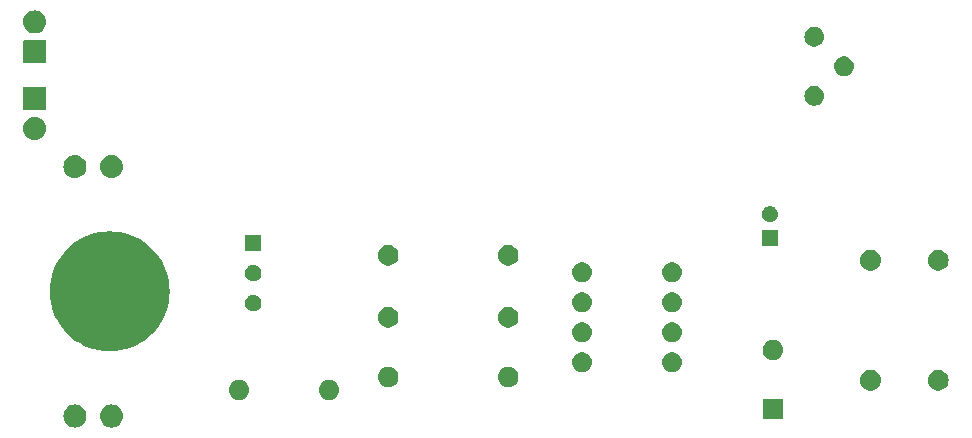
<source format=gbr>
%TF.GenerationSoftware,KiCad,Pcbnew,8.0.3*%
%TF.CreationDate,2024-06-29T12:04:23+02:00*%
%TF.ProjectId,naive-business-card,62757369-6e65-4737-935f-636172642e6b,v01*%
%TF.SameCoordinates,PX6590fa0PY7bfa480*%
%TF.FileFunction,Soldermask,Top*%
%TF.FilePolarity,Negative*%
%FSLAX46Y46*%
G04 Gerber Fmt 4.6, Leading zero omitted, Abs format (unit mm)*
G04 Created by KiCad (PCBNEW 8.0.3) date 2024-06-29 12:04:23*
%MOMM*%
%LPD*%
G01*
G04 APERTURE LIST*
G04 APERTURE END LIST*
G36*
X9591189Y4361170D02*
G01*
X9775030Y4305402D01*
X9944459Y4214840D01*
X10092965Y4092965D01*
X10214840Y3944459D01*
X10305402Y3775030D01*
X10361170Y3591189D01*
X10380000Y3400000D01*
X10361170Y3208811D01*
X10305402Y3024970D01*
X10214840Y2855541D01*
X10092965Y2707035D01*
X9944459Y2585160D01*
X9775030Y2494598D01*
X9591189Y2438830D01*
X9400000Y2420000D01*
X9208811Y2438830D01*
X9024970Y2494598D01*
X8855541Y2585160D01*
X8707035Y2707035D01*
X8585160Y2855541D01*
X8494598Y3024970D01*
X8438830Y3208811D01*
X8420000Y3400000D01*
X8438830Y3591189D01*
X8494598Y3775030D01*
X8585160Y3944459D01*
X8707035Y4092965D01*
X8855541Y4214840D01*
X9024970Y4305402D01*
X9208811Y4361170D01*
X9400000Y4380000D01*
X9591189Y4361170D01*
G37*
G36*
X12691189Y4361170D02*
G01*
X12875030Y4305402D01*
X13044459Y4214840D01*
X13192965Y4092965D01*
X13314840Y3944459D01*
X13405402Y3775030D01*
X13461170Y3591189D01*
X13480000Y3400000D01*
X13461170Y3208811D01*
X13405402Y3024970D01*
X13314840Y2855541D01*
X13192965Y2707035D01*
X13044459Y2585160D01*
X12875030Y2494598D01*
X12691189Y2438830D01*
X12500000Y2420000D01*
X12308811Y2438830D01*
X12124970Y2494598D01*
X11955541Y2585160D01*
X11807035Y2707035D01*
X11685160Y2855541D01*
X11594598Y3024970D01*
X11538830Y3208811D01*
X11520000Y3400000D01*
X11538830Y3591189D01*
X11594598Y3775030D01*
X11685160Y3944459D01*
X11807035Y4092965D01*
X11955541Y4214840D01*
X12124970Y4305402D01*
X12308811Y4361170D01*
X12500000Y4380000D01*
X12691189Y4361170D01*
G37*
G36*
X69330615Y4873910D02*
G01*
X69356569Y4856569D01*
X69373910Y4830615D01*
X69380000Y4800000D01*
X69380000Y3200000D01*
X69373910Y3169385D01*
X69356569Y3143431D01*
X69330615Y3126090D01*
X69300000Y3120000D01*
X67700000Y3120000D01*
X67669385Y3126090D01*
X67643431Y3143431D01*
X67626090Y3169385D01*
X67620000Y3200000D01*
X67620000Y4800000D01*
X67626090Y4830615D01*
X67643431Y4856569D01*
X67669385Y4873910D01*
X67700000Y4880000D01*
X69300000Y4880000D01*
X69330615Y4873910D01*
G37*
G36*
X23568072Y6425042D02*
G01*
X23733750Y6351277D01*
X23880471Y6244678D01*
X24001822Y6109904D01*
X24092501Y5952844D01*
X24148543Y5780363D01*
X24167500Y5600000D01*
X24148543Y5419637D01*
X24092501Y5247156D01*
X24001822Y5090096D01*
X23880471Y4955322D01*
X23733750Y4848723D01*
X23568072Y4774958D01*
X23390678Y4737252D01*
X23209322Y4737252D01*
X23031928Y4774958D01*
X22866250Y4848723D01*
X22719529Y4955322D01*
X22598178Y5090096D01*
X22507499Y5247156D01*
X22451457Y5419637D01*
X22432500Y5600000D01*
X22451457Y5780363D01*
X22507499Y5952844D01*
X22598178Y6109904D01*
X22719529Y6244678D01*
X22866250Y6351277D01*
X23031928Y6425042D01*
X23209322Y6462748D01*
X23390678Y6462748D01*
X23568072Y6425042D01*
G37*
G36*
X31188072Y6425042D02*
G01*
X31353750Y6351277D01*
X31500471Y6244678D01*
X31621822Y6109904D01*
X31712501Y5952844D01*
X31768543Y5780363D01*
X31787500Y5600000D01*
X31768543Y5419637D01*
X31712501Y5247156D01*
X31621822Y5090096D01*
X31500471Y4955322D01*
X31353750Y4848723D01*
X31188072Y4774958D01*
X31010678Y4737252D01*
X30829322Y4737252D01*
X30651928Y4774958D01*
X30486250Y4848723D01*
X30339529Y4955322D01*
X30218178Y5090096D01*
X30127499Y5247156D01*
X30071457Y5419637D01*
X30052500Y5600000D01*
X30071457Y5780363D01*
X30127499Y5952844D01*
X30218178Y6109904D01*
X30339529Y6244678D01*
X30486250Y6351277D01*
X30651928Y6425042D01*
X30829322Y6462748D01*
X31010678Y6462748D01*
X31188072Y6425042D01*
G37*
G36*
X77021935Y7256930D02*
G01*
X77190000Y7182102D01*
X77338835Y7073967D01*
X77461935Y6937251D01*
X77553920Y6777928D01*
X77610770Y6602962D01*
X77630000Y6420000D01*
X77610770Y6237038D01*
X77553920Y6062072D01*
X77461935Y5902749D01*
X77338835Y5766033D01*
X77190000Y5657898D01*
X77021935Y5583070D01*
X76841985Y5544821D01*
X76658015Y5544821D01*
X76478065Y5583070D01*
X76310000Y5657898D01*
X76161165Y5766033D01*
X76038065Y5902749D01*
X75946080Y6062072D01*
X75889230Y6237038D01*
X75870000Y6420000D01*
X75889230Y6602962D01*
X75946080Y6777928D01*
X76038065Y6937251D01*
X76161165Y7073967D01*
X76310000Y7182102D01*
X76478065Y7256930D01*
X76658015Y7295179D01*
X76841985Y7295179D01*
X77021935Y7256930D01*
G37*
G36*
X82771935Y7256930D02*
G01*
X82940000Y7182102D01*
X83088835Y7073967D01*
X83211935Y6937251D01*
X83303920Y6777928D01*
X83360770Y6602962D01*
X83380000Y6420000D01*
X83360770Y6237038D01*
X83303920Y6062072D01*
X83211935Y5902749D01*
X83088835Y5766033D01*
X82940000Y5657898D01*
X82771935Y5583070D01*
X82591985Y5544821D01*
X82408015Y5544821D01*
X82228065Y5583070D01*
X82060000Y5657898D01*
X81911165Y5766033D01*
X81788065Y5902749D01*
X81696080Y6062072D01*
X81639230Y6237038D01*
X81620000Y6420000D01*
X81639230Y6602962D01*
X81696080Y6777928D01*
X81788065Y6937251D01*
X81911165Y7073967D01*
X82060000Y7182102D01*
X82228065Y7256930D01*
X82408015Y7295179D01*
X82591985Y7295179D01*
X82771935Y7256930D01*
G37*
G36*
X36191935Y7536930D02*
G01*
X36360000Y7462102D01*
X36508835Y7353967D01*
X36631935Y7217251D01*
X36723920Y7057928D01*
X36780770Y6882962D01*
X36800000Y6700000D01*
X36780770Y6517038D01*
X36723920Y6342072D01*
X36631935Y6182749D01*
X36508835Y6046033D01*
X36360000Y5937898D01*
X36191935Y5863070D01*
X36011985Y5824821D01*
X35828015Y5824821D01*
X35648065Y5863070D01*
X35480000Y5937898D01*
X35331165Y6046033D01*
X35208065Y6182749D01*
X35116080Y6342072D01*
X35059230Y6517038D01*
X35040000Y6700000D01*
X35059230Y6882962D01*
X35116080Y7057928D01*
X35208065Y7217251D01*
X35331165Y7353967D01*
X35480000Y7462102D01*
X35648065Y7536930D01*
X35828015Y7575179D01*
X36011985Y7575179D01*
X36191935Y7536930D01*
G37*
G36*
X46351935Y7536930D02*
G01*
X46520000Y7462102D01*
X46668835Y7353967D01*
X46791935Y7217251D01*
X46883920Y7057928D01*
X46940770Y6882962D01*
X46960000Y6700000D01*
X46940770Y6517038D01*
X46883920Y6342072D01*
X46791935Y6182749D01*
X46668835Y6046033D01*
X46520000Y5937898D01*
X46351935Y5863070D01*
X46171985Y5824821D01*
X45988015Y5824821D01*
X45808065Y5863070D01*
X45640000Y5937898D01*
X45491165Y6046033D01*
X45368065Y6182749D01*
X45276080Y6342072D01*
X45219230Y6517038D01*
X45200000Y6700000D01*
X45219230Y6882962D01*
X45276080Y7057928D01*
X45368065Y7217251D01*
X45491165Y7353967D01*
X45640000Y7462102D01*
X45808065Y7536930D01*
X45988015Y7575179D01*
X46171985Y7575179D01*
X46351935Y7536930D01*
G37*
G36*
X52587692Y8740790D02*
G01*
X52748500Y8669193D01*
X52890908Y8565728D01*
X53008692Y8434915D01*
X53096705Y8282472D01*
X53151100Y8115062D01*
X53169500Y7940000D01*
X53151100Y7764938D01*
X53096705Y7597528D01*
X53008692Y7445085D01*
X52890908Y7314272D01*
X52748500Y7210807D01*
X52587692Y7139210D01*
X52415513Y7102613D01*
X52239487Y7102613D01*
X52067308Y7139210D01*
X51906500Y7210807D01*
X51764092Y7314272D01*
X51646308Y7445085D01*
X51558295Y7597528D01*
X51503900Y7764938D01*
X51485500Y7940000D01*
X51503900Y8115062D01*
X51558295Y8282472D01*
X51646308Y8434915D01*
X51764092Y8565728D01*
X51906500Y8669193D01*
X52067308Y8740790D01*
X52239487Y8777387D01*
X52415513Y8777387D01*
X52587692Y8740790D01*
G37*
G36*
X60207692Y8740790D02*
G01*
X60368500Y8669193D01*
X60510908Y8565728D01*
X60628692Y8434915D01*
X60716705Y8282472D01*
X60771100Y8115062D01*
X60789500Y7940000D01*
X60771100Y7764938D01*
X60716705Y7597528D01*
X60628692Y7445085D01*
X60510908Y7314272D01*
X60368500Y7210807D01*
X60207692Y7139210D01*
X60035513Y7102613D01*
X59859487Y7102613D01*
X59687308Y7139210D01*
X59526500Y7210807D01*
X59384092Y7314272D01*
X59266308Y7445085D01*
X59178295Y7597528D01*
X59123900Y7764938D01*
X59105500Y7940000D01*
X59123900Y8115062D01*
X59178295Y8282472D01*
X59266308Y8434915D01*
X59384092Y8565728D01*
X59526500Y8669193D01*
X59687308Y8740790D01*
X59859487Y8777387D01*
X60035513Y8777387D01*
X60207692Y8740790D01*
G37*
G36*
X68771935Y9836930D02*
G01*
X68940000Y9762102D01*
X69088835Y9653967D01*
X69211935Y9517251D01*
X69303920Y9357928D01*
X69360770Y9182962D01*
X69380000Y9000000D01*
X69360770Y8817038D01*
X69303920Y8642072D01*
X69211935Y8482749D01*
X69088835Y8346033D01*
X68940000Y8237898D01*
X68771935Y8163070D01*
X68591985Y8124821D01*
X68408015Y8124821D01*
X68228065Y8163070D01*
X68060000Y8237898D01*
X67911165Y8346033D01*
X67788065Y8482749D01*
X67696080Y8642072D01*
X67639230Y8817038D01*
X67620000Y9000000D01*
X67639230Y9182962D01*
X67696080Y9357928D01*
X67788065Y9517251D01*
X67911165Y9653967D01*
X68060000Y9762102D01*
X68228065Y9836930D01*
X68408015Y9875179D01*
X68591985Y9875179D01*
X68771935Y9836930D01*
G37*
G36*
X12792751Y19010669D02*
G01*
X13232133Y18952823D01*
X13664801Y18856903D01*
X14087462Y18723639D01*
X14496901Y18554044D01*
X14890000Y18349409D01*
X15263768Y18111292D01*
X15615361Y17841506D01*
X15942102Y17542102D01*
X16241506Y17215361D01*
X16511292Y16863768D01*
X16749409Y16490000D01*
X16954044Y16096901D01*
X17123639Y15687462D01*
X17256903Y15264801D01*
X17352823Y14832133D01*
X17410669Y14392751D01*
X17430000Y13950000D01*
X17410669Y13507249D01*
X17352823Y13067867D01*
X17256903Y12635199D01*
X17123639Y12212538D01*
X16954044Y11803099D01*
X16749409Y11410000D01*
X16511292Y11036232D01*
X16241506Y10684639D01*
X15942102Y10357898D01*
X15615361Y10058494D01*
X15263768Y9788708D01*
X14890000Y9550591D01*
X14496901Y9345956D01*
X14087462Y9176361D01*
X13664801Y9043097D01*
X13232133Y8947177D01*
X12792751Y8889331D01*
X12350000Y8870000D01*
X11907249Y8889331D01*
X11467867Y8947177D01*
X11035199Y9043097D01*
X10612538Y9176361D01*
X10203099Y9345956D01*
X9810000Y9550591D01*
X9436232Y9788708D01*
X9084639Y10058494D01*
X8757898Y10357898D01*
X8458494Y10684639D01*
X8188708Y11036232D01*
X7950591Y11410000D01*
X7745956Y11803099D01*
X7576361Y12212538D01*
X7443097Y12635199D01*
X7347177Y13067867D01*
X7289331Y13507249D01*
X7270000Y13950000D01*
X7289331Y14392751D01*
X7347177Y14832133D01*
X7443097Y15264801D01*
X7576361Y15687462D01*
X7745956Y16096901D01*
X7950591Y16490000D01*
X8188708Y16863768D01*
X8458494Y17215361D01*
X8757898Y17542102D01*
X9084639Y17841506D01*
X9436232Y18111292D01*
X9810000Y18349409D01*
X10203099Y18554044D01*
X10612538Y18723639D01*
X11035199Y18856903D01*
X11467867Y18952823D01*
X11907249Y19010669D01*
X12350000Y19030000D01*
X12792751Y19010669D01*
G37*
G36*
X52587692Y11280790D02*
G01*
X52748500Y11209193D01*
X52890908Y11105728D01*
X53008692Y10974915D01*
X53096705Y10822472D01*
X53151100Y10655062D01*
X53169500Y10480000D01*
X53151100Y10304938D01*
X53096705Y10137528D01*
X53008692Y9985085D01*
X52890908Y9854272D01*
X52748500Y9750807D01*
X52587692Y9679210D01*
X52415513Y9642613D01*
X52239487Y9642613D01*
X52067308Y9679210D01*
X51906500Y9750807D01*
X51764092Y9854272D01*
X51646308Y9985085D01*
X51558295Y10137528D01*
X51503900Y10304938D01*
X51485500Y10480000D01*
X51503900Y10655062D01*
X51558295Y10822472D01*
X51646308Y10974915D01*
X51764092Y11105728D01*
X51906500Y11209193D01*
X52067308Y11280790D01*
X52239487Y11317387D01*
X52415513Y11317387D01*
X52587692Y11280790D01*
G37*
G36*
X60207692Y11280790D02*
G01*
X60368500Y11209193D01*
X60510908Y11105728D01*
X60628692Y10974915D01*
X60716705Y10822472D01*
X60771100Y10655062D01*
X60789500Y10480000D01*
X60771100Y10304938D01*
X60716705Y10137528D01*
X60628692Y9985085D01*
X60510908Y9854272D01*
X60368500Y9750807D01*
X60207692Y9679210D01*
X60035513Y9642613D01*
X59859487Y9642613D01*
X59687308Y9679210D01*
X59526500Y9750807D01*
X59384092Y9854272D01*
X59266308Y9985085D01*
X59178295Y10137528D01*
X59123900Y10304938D01*
X59105500Y10480000D01*
X59123900Y10655062D01*
X59178295Y10822472D01*
X59266308Y10974915D01*
X59384092Y11105728D01*
X59526500Y11209193D01*
X59687308Y11280790D01*
X59859487Y11317387D01*
X60035513Y11317387D01*
X60207692Y11280790D01*
G37*
G36*
X36191935Y12586930D02*
G01*
X36360000Y12512102D01*
X36508835Y12403967D01*
X36631935Y12267251D01*
X36723920Y12107928D01*
X36780770Y11932962D01*
X36800000Y11750000D01*
X36780770Y11567038D01*
X36723920Y11392072D01*
X36631935Y11232749D01*
X36508835Y11096033D01*
X36360000Y10987898D01*
X36191935Y10913070D01*
X36011985Y10874821D01*
X35828015Y10874821D01*
X35648065Y10913070D01*
X35480000Y10987898D01*
X35331165Y11096033D01*
X35208065Y11232749D01*
X35116080Y11392072D01*
X35059230Y11567038D01*
X35040000Y11750000D01*
X35059230Y11932962D01*
X35116080Y12107928D01*
X35208065Y12267251D01*
X35331165Y12403967D01*
X35480000Y12512102D01*
X35648065Y12586930D01*
X35828015Y12625179D01*
X36011985Y12625179D01*
X36191935Y12586930D01*
G37*
G36*
X46351935Y12586930D02*
G01*
X46520000Y12512102D01*
X46668835Y12403967D01*
X46791935Y12267251D01*
X46883920Y12107928D01*
X46940770Y11932962D01*
X46960000Y11750000D01*
X46940770Y11567038D01*
X46883920Y11392072D01*
X46791935Y11232749D01*
X46668835Y11096033D01*
X46520000Y10987898D01*
X46351935Y10913070D01*
X46171985Y10874821D01*
X45988015Y10874821D01*
X45808065Y10913070D01*
X45640000Y10987898D01*
X45491165Y11096033D01*
X45368065Y11232749D01*
X45276080Y11392072D01*
X45219230Y11567038D01*
X45200000Y11750000D01*
X45219230Y11932962D01*
X45276080Y12107928D01*
X45368065Y12267251D01*
X45491165Y12403967D01*
X45640000Y12512102D01*
X45808065Y12586930D01*
X45988015Y12625179D01*
X46171985Y12625179D01*
X46351935Y12586930D01*
G37*
G36*
X52587692Y13820790D02*
G01*
X52748500Y13749193D01*
X52890908Y13645728D01*
X53008692Y13514915D01*
X53096705Y13362472D01*
X53151100Y13195062D01*
X53169500Y13020000D01*
X53151100Y12844938D01*
X53096705Y12677528D01*
X53008692Y12525085D01*
X52890908Y12394272D01*
X52748500Y12290807D01*
X52587692Y12219210D01*
X52415513Y12182613D01*
X52239487Y12182613D01*
X52067308Y12219210D01*
X51906500Y12290807D01*
X51764092Y12394272D01*
X51646308Y12525085D01*
X51558295Y12677528D01*
X51503900Y12844938D01*
X51485500Y13020000D01*
X51503900Y13195062D01*
X51558295Y13362472D01*
X51646308Y13514915D01*
X51764092Y13645728D01*
X51906500Y13749193D01*
X52067308Y13820790D01*
X52239487Y13857387D01*
X52415513Y13857387D01*
X52587692Y13820790D01*
G37*
G36*
X60207692Y13820790D02*
G01*
X60368500Y13749193D01*
X60510908Y13645728D01*
X60628692Y13514915D01*
X60716705Y13362472D01*
X60771100Y13195062D01*
X60789500Y13020000D01*
X60771100Y12844938D01*
X60716705Y12677528D01*
X60628692Y12525085D01*
X60510908Y12394272D01*
X60368500Y12290807D01*
X60207692Y12219210D01*
X60035513Y12182613D01*
X59859487Y12182613D01*
X59687308Y12219210D01*
X59526500Y12290807D01*
X59384092Y12394272D01*
X59266308Y12525085D01*
X59178295Y12677528D01*
X59123900Y12844938D01*
X59105500Y13020000D01*
X59123900Y13195062D01*
X59178295Y13362472D01*
X59266308Y13514915D01*
X59384092Y13645728D01*
X59526500Y13749193D01*
X59687308Y13820790D01*
X59859487Y13857387D01*
X60035513Y13857387D01*
X60207692Y13820790D01*
G37*
G36*
X24541599Y13651918D02*
G01*
X24584014Y13651918D01*
X24619730Y13643115D01*
X24655007Y13639140D01*
X24700640Y13623172D01*
X24747160Y13611706D01*
X24774668Y13597269D01*
X24802248Y13587618D01*
X24848858Y13558331D01*
X24895941Y13533620D01*
X24914859Y13516860D01*
X24934326Y13504628D01*
X24978283Y13460671D01*
X25021712Y13422196D01*
X25032751Y13406203D01*
X25044627Y13394327D01*
X25081957Y13334916D01*
X25117163Y13283912D01*
X25121970Y13271236D01*
X25127617Y13262249D01*
X25154321Y13185932D01*
X25176746Y13126803D01*
X25177667Y13119213D01*
X25179139Y13115008D01*
X25191506Y13005242D01*
X25197000Y12960000D01*
X25191506Y12914755D01*
X25179139Y12804993D01*
X25177667Y12800789D01*
X25176746Y12793197D01*
X25154317Y12734057D01*
X25127617Y12657752D01*
X25121971Y12648768D01*
X25117163Y12636088D01*
X25081950Y12585075D01*
X25044627Y12525674D01*
X25032753Y12513801D01*
X25021712Y12497804D01*
X24978274Y12459322D01*
X24934326Y12415373D01*
X24914863Y12403144D01*
X24895941Y12386380D01*
X24848848Y12361665D01*
X24802248Y12332383D01*
X24774674Y12322735D01*
X24747160Y12308294D01*
X24700631Y12296826D01*
X24655007Y12280861D01*
X24619737Y12276888D01*
X24584014Y12268082D01*
X24541590Y12268082D01*
X24500000Y12263396D01*
X24458410Y12268082D01*
X24415986Y12268082D01*
X24380262Y12276887D01*
X24344992Y12280861D01*
X24299365Y12296827D01*
X24252840Y12308294D01*
X24225327Y12322734D01*
X24197751Y12332383D01*
X24151144Y12361668D01*
X24104059Y12386380D01*
X24085139Y12403142D01*
X24065673Y12415373D01*
X24021716Y12459330D01*
X23978288Y12497804D01*
X23967248Y12513798D01*
X23955372Y12525674D01*
X23918038Y12585091D01*
X23882837Y12636088D01*
X23878029Y12648764D01*
X23872382Y12657752D01*
X23845670Y12734091D01*
X23823254Y12793197D01*
X23822332Y12800785D01*
X23820860Y12804993D01*
X23808479Y12914870D01*
X23803000Y12960000D01*
X23808479Y13005128D01*
X23820860Y13115008D01*
X23822332Y13119218D01*
X23823254Y13126803D01*
X23845665Y13185898D01*
X23872382Y13262249D01*
X23878030Y13271240D01*
X23882837Y13283912D01*
X23918031Y13334900D01*
X23955372Y13394327D01*
X23967250Y13406206D01*
X23978288Y13422196D01*
X24021707Y13460663D01*
X24065673Y13504628D01*
X24085143Y13516862D01*
X24104059Y13533620D01*
X24151135Y13558328D01*
X24197751Y13587618D01*
X24225333Y13597270D01*
X24252840Y13611706D01*
X24299355Y13623172D01*
X24344992Y13639140D01*
X24380270Y13643115D01*
X24415986Y13651918D01*
X24458401Y13651918D01*
X24500000Y13656605D01*
X24541599Y13651918D01*
G37*
G36*
X52587692Y16360790D02*
G01*
X52748500Y16289193D01*
X52890908Y16185728D01*
X53008692Y16054915D01*
X53096705Y15902472D01*
X53151100Y15735062D01*
X53169500Y15560000D01*
X53151100Y15384938D01*
X53096705Y15217528D01*
X53008692Y15065085D01*
X52890908Y14934272D01*
X52748500Y14830807D01*
X52587692Y14759210D01*
X52415513Y14722613D01*
X52239487Y14722613D01*
X52067308Y14759210D01*
X51906500Y14830807D01*
X51764092Y14934272D01*
X51646308Y15065085D01*
X51558295Y15217528D01*
X51503900Y15384938D01*
X51485500Y15560000D01*
X51503900Y15735062D01*
X51558295Y15902472D01*
X51646308Y16054915D01*
X51764092Y16185728D01*
X51906500Y16289193D01*
X52067308Y16360790D01*
X52239487Y16397387D01*
X52415513Y16397387D01*
X52587692Y16360790D01*
G37*
G36*
X60207692Y16360790D02*
G01*
X60368500Y16289193D01*
X60510908Y16185728D01*
X60628692Y16054915D01*
X60716705Y15902472D01*
X60771100Y15735062D01*
X60789500Y15560000D01*
X60771100Y15384938D01*
X60716705Y15217528D01*
X60628692Y15065085D01*
X60510908Y14934272D01*
X60368500Y14830807D01*
X60207692Y14759210D01*
X60035513Y14722613D01*
X59859487Y14722613D01*
X59687308Y14759210D01*
X59526500Y14830807D01*
X59384092Y14934272D01*
X59266308Y15065085D01*
X59178295Y15217528D01*
X59123900Y15384938D01*
X59105500Y15560000D01*
X59123900Y15735062D01*
X59178295Y15902472D01*
X59266308Y16054915D01*
X59384092Y16185728D01*
X59526500Y16289193D01*
X59687308Y16360790D01*
X59859487Y16397387D01*
X60035513Y16397387D01*
X60207692Y16360790D01*
G37*
G36*
X24541599Y16191918D02*
G01*
X24584014Y16191918D01*
X24619730Y16183115D01*
X24655007Y16179140D01*
X24700640Y16163172D01*
X24747160Y16151706D01*
X24774668Y16137269D01*
X24802248Y16127618D01*
X24848858Y16098331D01*
X24895941Y16073620D01*
X24914859Y16056860D01*
X24934326Y16044628D01*
X24978283Y16000671D01*
X25021712Y15962196D01*
X25032751Y15946203D01*
X25044627Y15934327D01*
X25081957Y15874916D01*
X25117163Y15823912D01*
X25121970Y15811236D01*
X25127617Y15802249D01*
X25154321Y15725932D01*
X25176746Y15666803D01*
X25177667Y15659213D01*
X25179139Y15655008D01*
X25191506Y15545242D01*
X25197000Y15500000D01*
X25191506Y15454755D01*
X25179139Y15344993D01*
X25177667Y15340789D01*
X25176746Y15333197D01*
X25154317Y15274057D01*
X25127617Y15197752D01*
X25121971Y15188768D01*
X25117163Y15176088D01*
X25081950Y15125075D01*
X25044627Y15065674D01*
X25032753Y15053801D01*
X25021712Y15037804D01*
X24978274Y14999322D01*
X24934326Y14955373D01*
X24914863Y14943144D01*
X24895941Y14926380D01*
X24848848Y14901665D01*
X24802248Y14872383D01*
X24774674Y14862735D01*
X24747160Y14848294D01*
X24700631Y14836826D01*
X24655007Y14820861D01*
X24619737Y14816888D01*
X24584014Y14808082D01*
X24541590Y14808082D01*
X24500000Y14803396D01*
X24458410Y14808082D01*
X24415986Y14808082D01*
X24380262Y14816887D01*
X24344992Y14820861D01*
X24299365Y14836827D01*
X24252840Y14848294D01*
X24225327Y14862734D01*
X24197751Y14872383D01*
X24151144Y14901668D01*
X24104059Y14926380D01*
X24085139Y14943142D01*
X24065673Y14955373D01*
X24021716Y14999330D01*
X23978288Y15037804D01*
X23967248Y15053798D01*
X23955372Y15065674D01*
X23918038Y15125091D01*
X23882837Y15176088D01*
X23878029Y15188764D01*
X23872382Y15197752D01*
X23845670Y15274091D01*
X23823254Y15333197D01*
X23822332Y15340785D01*
X23820860Y15344993D01*
X23808479Y15454870D01*
X23803000Y15500000D01*
X23808479Y15545128D01*
X23820860Y15655008D01*
X23822332Y15659218D01*
X23823254Y15666803D01*
X23845665Y15725898D01*
X23872382Y15802249D01*
X23878030Y15811240D01*
X23882837Y15823912D01*
X23918031Y15874900D01*
X23955372Y15934327D01*
X23967250Y15946206D01*
X23978288Y15962196D01*
X24021707Y16000663D01*
X24065673Y16044628D01*
X24085143Y16056862D01*
X24104059Y16073620D01*
X24151135Y16098328D01*
X24197751Y16127618D01*
X24225333Y16137270D01*
X24252840Y16151706D01*
X24299355Y16163172D01*
X24344992Y16179140D01*
X24380270Y16183115D01*
X24415986Y16191918D01*
X24458401Y16191918D01*
X24500000Y16196605D01*
X24541599Y16191918D01*
G37*
G36*
X77021935Y17416930D02*
G01*
X77190000Y17342102D01*
X77338835Y17233967D01*
X77461935Y17097251D01*
X77553920Y16937928D01*
X77610770Y16762962D01*
X77630000Y16580000D01*
X77610770Y16397038D01*
X77553920Y16222072D01*
X77461935Y16062749D01*
X77338835Y15926033D01*
X77190000Y15817898D01*
X77021935Y15743070D01*
X76841985Y15704821D01*
X76658015Y15704821D01*
X76478065Y15743070D01*
X76310000Y15817898D01*
X76161165Y15926033D01*
X76038065Y16062749D01*
X75946080Y16222072D01*
X75889230Y16397038D01*
X75870000Y16580000D01*
X75889230Y16762962D01*
X75946080Y16937928D01*
X76038065Y17097251D01*
X76161165Y17233967D01*
X76310000Y17342102D01*
X76478065Y17416930D01*
X76658015Y17455179D01*
X76841985Y17455179D01*
X77021935Y17416930D01*
G37*
G36*
X82771935Y17416930D02*
G01*
X82940000Y17342102D01*
X83088835Y17233967D01*
X83211935Y17097251D01*
X83303920Y16937928D01*
X83360770Y16762962D01*
X83380000Y16580000D01*
X83360770Y16397038D01*
X83303920Y16222072D01*
X83211935Y16062749D01*
X83088835Y15926033D01*
X82940000Y15817898D01*
X82771935Y15743070D01*
X82591985Y15704821D01*
X82408015Y15704821D01*
X82228065Y15743070D01*
X82060000Y15817898D01*
X81911165Y15926033D01*
X81788065Y16062749D01*
X81696080Y16222072D01*
X81639230Y16397038D01*
X81620000Y16580000D01*
X81639230Y16762962D01*
X81696080Y16937928D01*
X81788065Y17097251D01*
X81911165Y17233967D01*
X82060000Y17342102D01*
X82228065Y17416930D01*
X82408015Y17455179D01*
X82591985Y17455179D01*
X82771935Y17416930D01*
G37*
G36*
X36191935Y17836930D02*
G01*
X36360000Y17762102D01*
X36508835Y17653967D01*
X36631935Y17517251D01*
X36723920Y17357928D01*
X36780770Y17182962D01*
X36800000Y17000000D01*
X36780770Y16817038D01*
X36723920Y16642072D01*
X36631935Y16482749D01*
X36508835Y16346033D01*
X36360000Y16237898D01*
X36191935Y16163070D01*
X36011985Y16124821D01*
X35828015Y16124821D01*
X35648065Y16163070D01*
X35480000Y16237898D01*
X35331165Y16346033D01*
X35208065Y16482749D01*
X35116080Y16642072D01*
X35059230Y16817038D01*
X35040000Y17000000D01*
X35059230Y17182962D01*
X35116080Y17357928D01*
X35208065Y17517251D01*
X35331165Y17653967D01*
X35480000Y17762102D01*
X35648065Y17836930D01*
X35828015Y17875179D01*
X36011985Y17875179D01*
X36191935Y17836930D01*
G37*
G36*
X46351935Y17836930D02*
G01*
X46520000Y17762102D01*
X46668835Y17653967D01*
X46791935Y17517251D01*
X46883920Y17357928D01*
X46940770Y17182962D01*
X46960000Y17000000D01*
X46940770Y16817038D01*
X46883920Y16642072D01*
X46791935Y16482749D01*
X46668835Y16346033D01*
X46520000Y16237898D01*
X46351935Y16163070D01*
X46171985Y16124821D01*
X45988015Y16124821D01*
X45808065Y16163070D01*
X45640000Y16237898D01*
X45491165Y16346033D01*
X45368065Y16482749D01*
X45276080Y16642072D01*
X45219230Y16817038D01*
X45200000Y17000000D01*
X45219230Y17182962D01*
X45276080Y17357928D01*
X45368065Y17517251D01*
X45491165Y17653967D01*
X45640000Y17762102D01*
X45808065Y17836930D01*
X45988015Y17875179D01*
X46171985Y17875179D01*
X46351935Y17836930D01*
G37*
G36*
X25147615Y18730910D02*
G01*
X25173569Y18713569D01*
X25190910Y18687615D01*
X25197000Y18657000D01*
X25197000Y17423000D01*
X25190910Y17392385D01*
X25173569Y17366431D01*
X25147615Y17349090D01*
X25117000Y17343000D01*
X23883000Y17343000D01*
X23852385Y17349090D01*
X23826431Y17366431D01*
X23809090Y17392385D01*
X23803000Y17423000D01*
X23803000Y18657000D01*
X23809090Y18687615D01*
X23826431Y18713569D01*
X23852385Y18730910D01*
X23883000Y18737000D01*
X25117000Y18737000D01*
X25147615Y18730910D01*
G37*
G36*
X68880615Y19173910D02*
G01*
X68906569Y19156569D01*
X68923910Y19130615D01*
X68930000Y19100000D01*
X68930000Y17900000D01*
X68923910Y17869385D01*
X68906569Y17843431D01*
X68880615Y17826090D01*
X68850000Y17820000D01*
X67650000Y17820000D01*
X67619385Y17826090D01*
X67593431Y17843431D01*
X67576090Y17869385D01*
X67570000Y17900000D01*
X67570000Y19100000D01*
X67576090Y19130615D01*
X67593431Y19156569D01*
X67619385Y19173910D01*
X67650000Y19180000D01*
X68850000Y19180000D01*
X68880615Y19173910D01*
G37*
G36*
X68290498Y21175042D02*
G01*
X68331965Y21175042D01*
X68366883Y21166436D01*
X68401225Y21162566D01*
X68445645Y21147023D01*
X68491131Y21135811D01*
X68518030Y21121694D01*
X68544868Y21112302D01*
X68590227Y21083802D01*
X68636284Y21059629D01*
X68654787Y21043236D01*
X68673730Y21031334D01*
X68716505Y20988559D01*
X68758987Y20950923D01*
X68769786Y20935278D01*
X68781333Y20923731D01*
X68817623Y20865974D01*
X68852110Y20816012D01*
X68856820Y20803592D01*
X68862301Y20794869D01*
X68888225Y20720784D01*
X68910240Y20662735D01*
X68911144Y20655286D01*
X68912565Y20651226D01*
X68924505Y20545247D01*
X68930000Y20500000D01*
X68924505Y20454750D01*
X68912565Y20348775D01*
X68911144Y20344717D01*
X68910240Y20337265D01*
X68888220Y20279205D01*
X68862301Y20205132D01*
X68856821Y20196412D01*
X68852110Y20183988D01*
X68817616Y20134017D01*
X68781333Y20076270D01*
X68769788Y20064726D01*
X68758987Y20049077D01*
X68716496Y20011434D01*
X68673730Y19968667D01*
X68654791Y19956768D01*
X68636284Y19940371D01*
X68590217Y19916194D01*
X68544868Y19887699D01*
X68518036Y19878310D01*
X68491131Y19864189D01*
X68445636Y19852976D01*
X68401225Y19837435D01*
X68366890Y19833567D01*
X68331965Y19824958D01*
X68290489Y19824958D01*
X68250000Y19820396D01*
X68209511Y19824958D01*
X68168035Y19824958D01*
X68133109Y19833567D01*
X68098774Y19837435D01*
X68054360Y19852977D01*
X68008869Y19864189D01*
X67981965Y19878309D01*
X67955131Y19887699D01*
X67909776Y19916197D01*
X67863716Y19940371D01*
X67845210Y19956766D01*
X67826269Y19968667D01*
X67783494Y20011442D01*
X67741013Y20049077D01*
X67730213Y20064723D01*
X67718666Y20076270D01*
X67682371Y20134033D01*
X67647890Y20183988D01*
X67643180Y20196408D01*
X67637698Y20205132D01*
X67611766Y20279239D01*
X67589760Y20337265D01*
X67588855Y20344712D01*
X67587434Y20348775D01*
X67575480Y20454864D01*
X67570000Y20500000D01*
X67575480Y20545133D01*
X67587434Y20651226D01*
X67588855Y20655290D01*
X67589760Y20662735D01*
X67611761Y20720750D01*
X67637698Y20794869D01*
X67643180Y20803596D01*
X67647890Y20816012D01*
X67682364Y20865958D01*
X67718666Y20923731D01*
X67730216Y20935282D01*
X67741013Y20950923D01*
X67783486Y20988552D01*
X67826269Y21031334D01*
X67845214Y21043239D01*
X67863716Y21059629D01*
X67909766Y21083799D01*
X67955131Y21112302D01*
X67981971Y21121695D01*
X68008869Y21135811D01*
X68054350Y21147022D01*
X68098774Y21162566D01*
X68133117Y21166436D01*
X68168035Y21175042D01*
X68209502Y21175042D01*
X68250000Y21179605D01*
X68290498Y21175042D01*
G37*
G36*
X9591189Y25461170D02*
G01*
X9775030Y25405402D01*
X9944459Y25314840D01*
X10092965Y25192965D01*
X10214840Y25044459D01*
X10305402Y24875030D01*
X10361170Y24691189D01*
X10380000Y24500000D01*
X10361170Y24308811D01*
X10305402Y24124970D01*
X10214840Y23955541D01*
X10092965Y23807035D01*
X9944459Y23685160D01*
X9775030Y23594598D01*
X9591189Y23538830D01*
X9400000Y23520000D01*
X9208811Y23538830D01*
X9024970Y23594598D01*
X8855541Y23685160D01*
X8707035Y23807035D01*
X8585160Y23955541D01*
X8494598Y24124970D01*
X8438830Y24308811D01*
X8420000Y24500000D01*
X8438830Y24691189D01*
X8494598Y24875030D01*
X8585160Y25044459D01*
X8707035Y25192965D01*
X8855541Y25314840D01*
X9024970Y25405402D01*
X9208811Y25461170D01*
X9400000Y25480000D01*
X9591189Y25461170D01*
G37*
G36*
X12691189Y25461170D02*
G01*
X12875030Y25405402D01*
X13044459Y25314840D01*
X13192965Y25192965D01*
X13314840Y25044459D01*
X13405402Y24875030D01*
X13461170Y24691189D01*
X13480000Y24500000D01*
X13461170Y24308811D01*
X13405402Y24124970D01*
X13314840Y23955541D01*
X13192965Y23807035D01*
X13044459Y23685160D01*
X12875030Y23594598D01*
X12691189Y23538830D01*
X12500000Y23520000D01*
X12308811Y23538830D01*
X12124970Y23594598D01*
X11955541Y23685160D01*
X11807035Y23807035D01*
X11685160Y23955541D01*
X11594598Y24124970D01*
X11538830Y24308811D01*
X11520000Y24500000D01*
X11538830Y24691189D01*
X11594598Y24875030D01*
X11685160Y25044459D01*
X11807035Y25192965D01*
X11955541Y25314840D01*
X12124970Y25405402D01*
X12308811Y25461170D01*
X12500000Y25480000D01*
X12691189Y25461170D01*
G37*
G36*
X6191189Y28696170D02*
G01*
X6375030Y28640402D01*
X6544459Y28549840D01*
X6692965Y28427965D01*
X6814840Y28279459D01*
X6905402Y28110030D01*
X6961170Y27926189D01*
X6980000Y27735000D01*
X6961170Y27543811D01*
X6905402Y27359970D01*
X6814840Y27190541D01*
X6692965Y27042035D01*
X6544459Y26920160D01*
X6375030Y26829598D01*
X6191189Y26773830D01*
X6000000Y26755000D01*
X5808811Y26773830D01*
X5624970Y26829598D01*
X5455541Y26920160D01*
X5307035Y27042035D01*
X5185160Y27190541D01*
X5094598Y27359970D01*
X5038830Y27543811D01*
X5020000Y27735000D01*
X5038830Y27926189D01*
X5094598Y28110030D01*
X5185160Y28279459D01*
X5307035Y28427965D01*
X5455541Y28549840D01*
X5624970Y28640402D01*
X5808811Y28696170D01*
X6000000Y28715000D01*
X6191189Y28696170D01*
G37*
G36*
X6930615Y31248910D02*
G01*
X6956569Y31231569D01*
X6973910Y31205615D01*
X6980000Y31175000D01*
X6980000Y29375000D01*
X6973910Y29344385D01*
X6956569Y29318431D01*
X6930615Y29301090D01*
X6900000Y29295000D01*
X5100000Y29295000D01*
X5069385Y29301090D01*
X5043431Y29318431D01*
X5026090Y29344385D01*
X5020000Y29375000D01*
X5020000Y31175000D01*
X5026090Y31205615D01*
X5043431Y31231569D01*
X5069385Y31248910D01*
X5100000Y31255000D01*
X6900000Y31255000D01*
X6930615Y31248910D01*
G37*
G36*
X72260192Y31300790D02*
G01*
X72421000Y31229193D01*
X72563408Y31125728D01*
X72681192Y30994915D01*
X72769205Y30842472D01*
X72823600Y30675062D01*
X72842000Y30500000D01*
X72823600Y30324938D01*
X72769205Y30157528D01*
X72681192Y30005085D01*
X72563408Y29874272D01*
X72421000Y29770807D01*
X72260192Y29699210D01*
X72088013Y29662613D01*
X71911987Y29662613D01*
X71739808Y29699210D01*
X71579000Y29770807D01*
X71436592Y29874272D01*
X71318808Y30005085D01*
X71230795Y30157528D01*
X71176400Y30324938D01*
X71158000Y30500000D01*
X71176400Y30675062D01*
X71230795Y30842472D01*
X71318808Y30994915D01*
X71436592Y31125728D01*
X71579000Y31229193D01*
X71739808Y31300790D01*
X71911987Y31337387D01*
X72088013Y31337387D01*
X72260192Y31300790D01*
G37*
G36*
X74760192Y33800790D02*
G01*
X74921000Y33729193D01*
X75063408Y33625728D01*
X75181192Y33494915D01*
X75269205Y33342472D01*
X75323600Y33175062D01*
X75342000Y33000000D01*
X75323600Y32824938D01*
X75269205Y32657528D01*
X75181192Y32505085D01*
X75063408Y32374272D01*
X74921000Y32270807D01*
X74760192Y32199210D01*
X74588013Y32162613D01*
X74411987Y32162613D01*
X74239808Y32199210D01*
X74079000Y32270807D01*
X73936592Y32374272D01*
X73818808Y32505085D01*
X73730795Y32657528D01*
X73676400Y32824938D01*
X73658000Y33000000D01*
X73676400Y33175062D01*
X73730795Y33342472D01*
X73818808Y33494915D01*
X73936592Y33625728D01*
X74079000Y33729193D01*
X74239808Y33800790D01*
X74411987Y33837387D01*
X74588013Y33837387D01*
X74760192Y33800790D01*
G37*
G36*
X6930615Y35198910D02*
G01*
X6956569Y35181569D01*
X6973910Y35155615D01*
X6980000Y35125000D01*
X6980000Y33325000D01*
X6973910Y33294385D01*
X6956569Y33268431D01*
X6930615Y33251090D01*
X6900000Y33245000D01*
X5100000Y33245000D01*
X5069385Y33251090D01*
X5043431Y33268431D01*
X5026090Y33294385D01*
X5020000Y33325000D01*
X5020000Y35125000D01*
X5026090Y35155615D01*
X5043431Y35181569D01*
X5069385Y35198910D01*
X5100000Y35205000D01*
X6900000Y35205000D01*
X6930615Y35198910D01*
G37*
G36*
X72260192Y36300790D02*
G01*
X72421000Y36229193D01*
X72563408Y36125728D01*
X72681192Y35994915D01*
X72769205Y35842472D01*
X72823600Y35675062D01*
X72842000Y35500000D01*
X72823600Y35324938D01*
X72769205Y35157528D01*
X72681192Y35005085D01*
X72563408Y34874272D01*
X72421000Y34770807D01*
X72260192Y34699210D01*
X72088013Y34662613D01*
X71911987Y34662613D01*
X71739808Y34699210D01*
X71579000Y34770807D01*
X71436592Y34874272D01*
X71318808Y35005085D01*
X71230795Y35157528D01*
X71176400Y35324938D01*
X71158000Y35500000D01*
X71176400Y35675062D01*
X71230795Y35842472D01*
X71318808Y35994915D01*
X71436592Y36125728D01*
X71579000Y36229193D01*
X71739808Y36300790D01*
X71911987Y36337387D01*
X72088013Y36337387D01*
X72260192Y36300790D01*
G37*
G36*
X6191189Y37726170D02*
G01*
X6375030Y37670402D01*
X6544459Y37579840D01*
X6692965Y37457965D01*
X6814840Y37309459D01*
X6905402Y37140030D01*
X6961170Y36956189D01*
X6980000Y36765000D01*
X6961170Y36573811D01*
X6905402Y36389970D01*
X6814840Y36220541D01*
X6692965Y36072035D01*
X6544459Y35950160D01*
X6375030Y35859598D01*
X6191189Y35803830D01*
X6000000Y35785000D01*
X5808811Y35803830D01*
X5624970Y35859598D01*
X5455541Y35950160D01*
X5307035Y36072035D01*
X5185160Y36220541D01*
X5094598Y36389970D01*
X5038830Y36573811D01*
X5020000Y36765000D01*
X5038830Y36956189D01*
X5094598Y37140030D01*
X5185160Y37309459D01*
X5307035Y37457965D01*
X5455541Y37579840D01*
X5624970Y37670402D01*
X5808811Y37726170D01*
X6000000Y37745000D01*
X6191189Y37726170D01*
G37*
M02*

</source>
